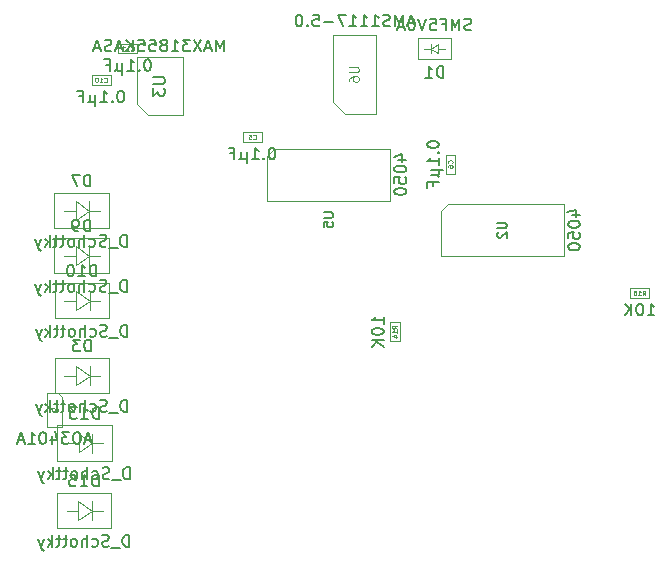
<source format=gbr>
%TF.GenerationSoftware,KiCad,Pcbnew,(6.0.10)*%
%TF.CreationDate,2023-04-19T18:30:43+02:00*%
%TF.ProjectId,jf-ecu32,6a662d65-6375-4333-922e-6b696361645f,rev?*%
%TF.SameCoordinates,Original*%
%TF.FileFunction,AssemblyDrawing,Bot*%
%FSLAX46Y46*%
G04 Gerber Fmt 4.6, Leading zero omitted, Abs format (unit mm)*
G04 Created by KiCad (PCBNEW (6.0.10)) date 2023-04-19 18:30:43*
%MOMM*%
%LPD*%
G01*
G04 APERTURE LIST*
%ADD10C,0.150000*%
%ADD11C,0.060000*%
%ADD12C,0.120000*%
%ADD13C,0.050000*%
%ADD14C,0.100000*%
G04 APERTURE END LIST*
D10*
%TO.C,D9*%
X34289523Y-172597380D02*
X34289523Y-171597380D01*
X34051428Y-171597380D01*
X33908571Y-171645000D01*
X33813333Y-171740238D01*
X33765714Y-171835476D01*
X33718095Y-172025952D01*
X33718095Y-172168809D01*
X33765714Y-172359285D01*
X33813333Y-172454523D01*
X33908571Y-172549761D01*
X34051428Y-172597380D01*
X34289523Y-172597380D01*
X33527619Y-172692619D02*
X32765714Y-172692619D01*
X32575238Y-172549761D02*
X32432380Y-172597380D01*
X32194285Y-172597380D01*
X32099047Y-172549761D01*
X32051428Y-172502142D01*
X32003809Y-172406904D01*
X32003809Y-172311666D01*
X32051428Y-172216428D01*
X32099047Y-172168809D01*
X32194285Y-172121190D01*
X32384761Y-172073571D01*
X32480000Y-172025952D01*
X32527619Y-171978333D01*
X32575238Y-171883095D01*
X32575238Y-171787857D01*
X32527619Y-171692619D01*
X32480000Y-171645000D01*
X32384761Y-171597380D01*
X32146666Y-171597380D01*
X32003809Y-171645000D01*
X31146666Y-172549761D02*
X31241904Y-172597380D01*
X31432380Y-172597380D01*
X31527619Y-172549761D01*
X31575238Y-172502142D01*
X31622857Y-172406904D01*
X31622857Y-172121190D01*
X31575238Y-172025952D01*
X31527619Y-171978333D01*
X31432380Y-171930714D01*
X31241904Y-171930714D01*
X31146666Y-171978333D01*
X30718095Y-172597380D02*
X30718095Y-171597380D01*
X30289523Y-172597380D02*
X30289523Y-172073571D01*
X30337142Y-171978333D01*
X30432380Y-171930714D01*
X30575238Y-171930714D01*
X30670476Y-171978333D01*
X30718095Y-172025952D01*
X29670476Y-172597380D02*
X29765714Y-172549761D01*
X29813333Y-172502142D01*
X29860952Y-172406904D01*
X29860952Y-172121190D01*
X29813333Y-172025952D01*
X29765714Y-171978333D01*
X29670476Y-171930714D01*
X29527619Y-171930714D01*
X29432380Y-171978333D01*
X29384761Y-172025952D01*
X29337142Y-172121190D01*
X29337142Y-172406904D01*
X29384761Y-172502142D01*
X29432380Y-172549761D01*
X29527619Y-172597380D01*
X29670476Y-172597380D01*
X29051428Y-171930714D02*
X28670476Y-171930714D01*
X28908571Y-171597380D02*
X28908571Y-172454523D01*
X28860952Y-172549761D01*
X28765714Y-172597380D01*
X28670476Y-172597380D01*
X28480000Y-171930714D02*
X28099047Y-171930714D01*
X28337142Y-171597380D02*
X28337142Y-172454523D01*
X28289523Y-172549761D01*
X28194285Y-172597380D01*
X28099047Y-172597380D01*
X27765714Y-172597380D02*
X27765714Y-171597380D01*
X27670476Y-172216428D02*
X27384761Y-172597380D01*
X27384761Y-171930714D02*
X27765714Y-172311666D01*
X27051428Y-171930714D02*
X26813333Y-172597380D01*
X26575238Y-171930714D02*
X26813333Y-172597380D01*
X26908571Y-172835476D01*
X26956190Y-172883095D01*
X27051428Y-172930714D01*
X31218095Y-167497380D02*
X31218095Y-166497380D01*
X30980000Y-166497380D01*
X30837142Y-166545000D01*
X30741904Y-166640238D01*
X30694285Y-166735476D01*
X30646666Y-166925952D01*
X30646666Y-167068809D01*
X30694285Y-167259285D01*
X30741904Y-167354523D01*
X30837142Y-167449761D01*
X30980000Y-167497380D01*
X31218095Y-167497380D01*
X30170476Y-167497380D02*
X29980000Y-167497380D01*
X29884761Y-167449761D01*
X29837142Y-167402142D01*
X29741904Y-167259285D01*
X29694285Y-167068809D01*
X29694285Y-166687857D01*
X29741904Y-166592619D01*
X29789523Y-166545000D01*
X29884761Y-166497380D01*
X30075238Y-166497380D01*
X30170476Y-166545000D01*
X30218095Y-166592619D01*
X30265714Y-166687857D01*
X30265714Y-166925952D01*
X30218095Y-167021190D01*
X30170476Y-167068809D01*
X30075238Y-167116428D01*
X29884761Y-167116428D01*
X29789523Y-167068809D01*
X29741904Y-167021190D01*
X29694285Y-166925952D01*
%TO.C,D1*%
X63473238Y-150423761D02*
X63330380Y-150471380D01*
X63092285Y-150471380D01*
X62997047Y-150423761D01*
X62949428Y-150376142D01*
X62901809Y-150280904D01*
X62901809Y-150185666D01*
X62949428Y-150090428D01*
X62997047Y-150042809D01*
X63092285Y-149995190D01*
X63282761Y-149947571D01*
X63378000Y-149899952D01*
X63425619Y-149852333D01*
X63473238Y-149757095D01*
X63473238Y-149661857D01*
X63425619Y-149566619D01*
X63378000Y-149519000D01*
X63282761Y-149471380D01*
X63044666Y-149471380D01*
X62901809Y-149519000D01*
X62473238Y-150471380D02*
X62473238Y-149471380D01*
X62139904Y-150185666D01*
X61806571Y-149471380D01*
X61806571Y-150471380D01*
X60997047Y-149947571D02*
X61330380Y-149947571D01*
X61330380Y-150471380D02*
X61330380Y-149471380D01*
X60854190Y-149471380D01*
X59997047Y-149471380D02*
X60473238Y-149471380D01*
X60520857Y-149947571D01*
X60473238Y-149899952D01*
X60378000Y-149852333D01*
X60139904Y-149852333D01*
X60044666Y-149899952D01*
X59997047Y-149947571D01*
X59949428Y-150042809D01*
X59949428Y-150280904D01*
X59997047Y-150376142D01*
X60044666Y-150423761D01*
X60139904Y-150471380D01*
X60378000Y-150471380D01*
X60473238Y-150423761D01*
X60520857Y-150376142D01*
X59663714Y-149471380D02*
X59330380Y-150471380D01*
X58997047Y-149471380D01*
X58473238Y-149471380D02*
X58378000Y-149471380D01*
X58282761Y-149519000D01*
X58235142Y-149566619D01*
X58187523Y-149661857D01*
X58139904Y-149852333D01*
X58139904Y-150090428D01*
X58187523Y-150280904D01*
X58235142Y-150376142D01*
X58282761Y-150423761D01*
X58378000Y-150471380D01*
X58473238Y-150471380D01*
X58568476Y-150423761D01*
X58616095Y-150376142D01*
X58663714Y-150280904D01*
X58711333Y-150090428D01*
X58711333Y-149852333D01*
X58663714Y-149661857D01*
X58616095Y-149566619D01*
X58568476Y-149519000D01*
X58473238Y-149471380D01*
X57758952Y-150185666D02*
X57282761Y-150185666D01*
X57854190Y-150471380D02*
X57520857Y-149471380D01*
X57187523Y-150471380D01*
X61116095Y-154471380D02*
X61116095Y-153471380D01*
X60878000Y-153471380D01*
X60735142Y-153519000D01*
X60639904Y-153614238D01*
X60592285Y-153709476D01*
X60544666Y-153899952D01*
X60544666Y-154042809D01*
X60592285Y-154233285D01*
X60639904Y-154328523D01*
X60735142Y-154423761D01*
X60878000Y-154471380D01*
X61116095Y-154471380D01*
X59592285Y-154471380D02*
X60163714Y-154471380D01*
X59878000Y-154471380D02*
X59878000Y-153471380D01*
X59973238Y-153614238D01*
X60068476Y-153709476D01*
X60163714Y-153757095D01*
%TO.C,U3*%
X42536380Y-152246380D02*
X42536380Y-151246380D01*
X42203047Y-151960666D01*
X41869714Y-151246380D01*
X41869714Y-152246380D01*
X41441142Y-151960666D02*
X40964952Y-151960666D01*
X41536380Y-152246380D02*
X41203047Y-151246380D01*
X40869714Y-152246380D01*
X40631619Y-151246380D02*
X39964952Y-152246380D01*
X39964952Y-151246380D02*
X40631619Y-152246380D01*
X39679238Y-151246380D02*
X39060190Y-151246380D01*
X39393523Y-151627333D01*
X39250666Y-151627333D01*
X39155428Y-151674952D01*
X39107809Y-151722571D01*
X39060190Y-151817809D01*
X39060190Y-152055904D01*
X39107809Y-152151142D01*
X39155428Y-152198761D01*
X39250666Y-152246380D01*
X39536380Y-152246380D01*
X39631619Y-152198761D01*
X39679238Y-152151142D01*
X38107809Y-152246380D02*
X38679238Y-152246380D01*
X38393523Y-152246380D02*
X38393523Y-151246380D01*
X38488761Y-151389238D01*
X38584000Y-151484476D01*
X38679238Y-151532095D01*
X37536380Y-151674952D02*
X37631619Y-151627333D01*
X37679238Y-151579714D01*
X37726857Y-151484476D01*
X37726857Y-151436857D01*
X37679238Y-151341619D01*
X37631619Y-151294000D01*
X37536380Y-151246380D01*
X37345904Y-151246380D01*
X37250666Y-151294000D01*
X37203047Y-151341619D01*
X37155428Y-151436857D01*
X37155428Y-151484476D01*
X37203047Y-151579714D01*
X37250666Y-151627333D01*
X37345904Y-151674952D01*
X37536380Y-151674952D01*
X37631619Y-151722571D01*
X37679238Y-151770190D01*
X37726857Y-151865428D01*
X37726857Y-152055904D01*
X37679238Y-152151142D01*
X37631619Y-152198761D01*
X37536380Y-152246380D01*
X37345904Y-152246380D01*
X37250666Y-152198761D01*
X37203047Y-152151142D01*
X37155428Y-152055904D01*
X37155428Y-151865428D01*
X37203047Y-151770190D01*
X37250666Y-151722571D01*
X37345904Y-151674952D01*
X36250666Y-151246380D02*
X36726857Y-151246380D01*
X36774476Y-151722571D01*
X36726857Y-151674952D01*
X36631619Y-151627333D01*
X36393523Y-151627333D01*
X36298285Y-151674952D01*
X36250666Y-151722571D01*
X36203047Y-151817809D01*
X36203047Y-152055904D01*
X36250666Y-152151142D01*
X36298285Y-152198761D01*
X36393523Y-152246380D01*
X36631619Y-152246380D01*
X36726857Y-152198761D01*
X36774476Y-152151142D01*
X35298285Y-151246380D02*
X35774476Y-151246380D01*
X35822095Y-151722571D01*
X35774476Y-151674952D01*
X35679238Y-151627333D01*
X35441142Y-151627333D01*
X35345904Y-151674952D01*
X35298285Y-151722571D01*
X35250666Y-151817809D01*
X35250666Y-152055904D01*
X35298285Y-152151142D01*
X35345904Y-152198761D01*
X35441142Y-152246380D01*
X35679238Y-152246380D01*
X35774476Y-152198761D01*
X35822095Y-152151142D01*
X34822095Y-152246380D02*
X34822095Y-151246380D01*
X34250666Y-152246380D02*
X34679238Y-151674952D01*
X34250666Y-151246380D02*
X34822095Y-151817809D01*
X33869714Y-151960666D02*
X33393523Y-151960666D01*
X33964952Y-152246380D02*
X33631619Y-151246380D01*
X33298285Y-152246380D01*
X33012571Y-152198761D02*
X32869714Y-152246380D01*
X32631619Y-152246380D01*
X32536380Y-152198761D01*
X32488761Y-152151142D01*
X32441142Y-152055904D01*
X32441142Y-151960666D01*
X32488761Y-151865428D01*
X32536380Y-151817809D01*
X32631619Y-151770190D01*
X32822095Y-151722571D01*
X32917333Y-151674952D01*
X32964952Y-151627333D01*
X33012571Y-151532095D01*
X33012571Y-151436857D01*
X32964952Y-151341619D01*
X32917333Y-151294000D01*
X32822095Y-151246380D01*
X32584000Y-151246380D01*
X32441142Y-151294000D01*
X32060190Y-151960666D02*
X31584000Y-151960666D01*
X32155428Y-152246380D02*
X31822095Y-151246380D01*
X31488761Y-152246380D01*
X36547333Y-154447333D02*
X37340666Y-154447333D01*
X37434000Y-154494000D01*
X37480666Y-154540666D01*
X37527333Y-154634000D01*
X37527333Y-154820666D01*
X37480666Y-154914000D01*
X37434000Y-154960666D01*
X37340666Y-155007333D01*
X36547333Y-155007333D01*
X36547333Y-155380666D02*
X36547333Y-155987333D01*
X36920666Y-155660666D01*
X36920666Y-155800666D01*
X36967333Y-155894000D01*
X37014000Y-155940666D01*
X37107333Y-155987333D01*
X37340666Y-155987333D01*
X37434000Y-155940666D01*
X37480666Y-155894000D01*
X37527333Y-155800666D01*
X37527333Y-155520666D01*
X37480666Y-155427333D01*
X37434000Y-155380666D01*
%TO.C,D10*%
X34329523Y-176407380D02*
X34329523Y-175407380D01*
X34091428Y-175407380D01*
X33948571Y-175455000D01*
X33853333Y-175550238D01*
X33805714Y-175645476D01*
X33758095Y-175835952D01*
X33758095Y-175978809D01*
X33805714Y-176169285D01*
X33853333Y-176264523D01*
X33948571Y-176359761D01*
X34091428Y-176407380D01*
X34329523Y-176407380D01*
X33567619Y-176502619D02*
X32805714Y-176502619D01*
X32615238Y-176359761D02*
X32472380Y-176407380D01*
X32234285Y-176407380D01*
X32139047Y-176359761D01*
X32091428Y-176312142D01*
X32043809Y-176216904D01*
X32043809Y-176121666D01*
X32091428Y-176026428D01*
X32139047Y-175978809D01*
X32234285Y-175931190D01*
X32424761Y-175883571D01*
X32520000Y-175835952D01*
X32567619Y-175788333D01*
X32615238Y-175693095D01*
X32615238Y-175597857D01*
X32567619Y-175502619D01*
X32520000Y-175455000D01*
X32424761Y-175407380D01*
X32186666Y-175407380D01*
X32043809Y-175455000D01*
X31186666Y-176359761D02*
X31281904Y-176407380D01*
X31472380Y-176407380D01*
X31567619Y-176359761D01*
X31615238Y-176312142D01*
X31662857Y-176216904D01*
X31662857Y-175931190D01*
X31615238Y-175835952D01*
X31567619Y-175788333D01*
X31472380Y-175740714D01*
X31281904Y-175740714D01*
X31186666Y-175788333D01*
X30758095Y-176407380D02*
X30758095Y-175407380D01*
X30329523Y-176407380D02*
X30329523Y-175883571D01*
X30377142Y-175788333D01*
X30472380Y-175740714D01*
X30615238Y-175740714D01*
X30710476Y-175788333D01*
X30758095Y-175835952D01*
X29710476Y-176407380D02*
X29805714Y-176359761D01*
X29853333Y-176312142D01*
X29900952Y-176216904D01*
X29900952Y-175931190D01*
X29853333Y-175835952D01*
X29805714Y-175788333D01*
X29710476Y-175740714D01*
X29567619Y-175740714D01*
X29472380Y-175788333D01*
X29424761Y-175835952D01*
X29377142Y-175931190D01*
X29377142Y-176216904D01*
X29424761Y-176312142D01*
X29472380Y-176359761D01*
X29567619Y-176407380D01*
X29710476Y-176407380D01*
X29091428Y-175740714D02*
X28710476Y-175740714D01*
X28948571Y-175407380D02*
X28948571Y-176264523D01*
X28900952Y-176359761D01*
X28805714Y-176407380D01*
X28710476Y-176407380D01*
X28520000Y-175740714D02*
X28139047Y-175740714D01*
X28377142Y-175407380D02*
X28377142Y-176264523D01*
X28329523Y-176359761D01*
X28234285Y-176407380D01*
X28139047Y-176407380D01*
X27805714Y-176407380D02*
X27805714Y-175407380D01*
X27710476Y-176026428D02*
X27424761Y-176407380D01*
X27424761Y-175740714D02*
X27805714Y-176121666D01*
X27091428Y-175740714D02*
X26853333Y-176407380D01*
X26615238Y-175740714D02*
X26853333Y-176407380D01*
X26948571Y-176645476D01*
X26996190Y-176693095D01*
X27091428Y-176740714D01*
X31734285Y-171307380D02*
X31734285Y-170307380D01*
X31496190Y-170307380D01*
X31353333Y-170355000D01*
X31258095Y-170450238D01*
X31210476Y-170545476D01*
X31162857Y-170735952D01*
X31162857Y-170878809D01*
X31210476Y-171069285D01*
X31258095Y-171164523D01*
X31353333Y-171259761D01*
X31496190Y-171307380D01*
X31734285Y-171307380D01*
X30210476Y-171307380D02*
X30781904Y-171307380D01*
X30496190Y-171307380D02*
X30496190Y-170307380D01*
X30591428Y-170450238D01*
X30686666Y-170545476D01*
X30781904Y-170593095D01*
X29591428Y-170307380D02*
X29496190Y-170307380D01*
X29400952Y-170355000D01*
X29353333Y-170402619D01*
X29305714Y-170497857D01*
X29258095Y-170688333D01*
X29258095Y-170926428D01*
X29305714Y-171116904D01*
X29353333Y-171212142D01*
X29400952Y-171259761D01*
X29496190Y-171307380D01*
X29591428Y-171307380D01*
X29686666Y-171259761D01*
X29734285Y-171212142D01*
X29781904Y-171116904D01*
X29829523Y-170926428D01*
X29829523Y-170688333D01*
X29781904Y-170497857D01*
X29734285Y-170402619D01*
X29686666Y-170355000D01*
X29591428Y-170307380D01*
%TO.C,C5*%
X46659285Y-160394380D02*
X46564047Y-160394380D01*
X46468809Y-160442000D01*
X46421190Y-160489619D01*
X46373571Y-160584857D01*
X46325952Y-160775333D01*
X46325952Y-161013428D01*
X46373571Y-161203904D01*
X46421190Y-161299142D01*
X46468809Y-161346761D01*
X46564047Y-161394380D01*
X46659285Y-161394380D01*
X46754523Y-161346761D01*
X46802142Y-161299142D01*
X46849761Y-161203904D01*
X46897380Y-161013428D01*
X46897380Y-160775333D01*
X46849761Y-160584857D01*
X46802142Y-160489619D01*
X46754523Y-160442000D01*
X46659285Y-160394380D01*
X45897380Y-161299142D02*
X45849761Y-161346761D01*
X45897380Y-161394380D01*
X45945000Y-161346761D01*
X45897380Y-161299142D01*
X45897380Y-161394380D01*
X44897380Y-161394380D02*
X45468809Y-161394380D01*
X45183095Y-161394380D02*
X45183095Y-160394380D01*
X45278333Y-160537238D01*
X45373571Y-160632476D01*
X45468809Y-160680095D01*
X44468809Y-160727714D02*
X44468809Y-161727714D01*
X43992619Y-161251523D02*
X43945000Y-161346761D01*
X43849761Y-161394380D01*
X44468809Y-161251523D02*
X44421190Y-161346761D01*
X44325952Y-161394380D01*
X44135476Y-161394380D01*
X44040238Y-161346761D01*
X43992619Y-161251523D01*
X43992619Y-160727714D01*
X43087857Y-160870571D02*
X43421190Y-160870571D01*
X43421190Y-161394380D02*
X43421190Y-160394380D01*
X42945000Y-160394380D01*
D11*
X45011666Y-159654857D02*
X45030714Y-159673904D01*
X45087857Y-159692952D01*
X45125952Y-159692952D01*
X45183095Y-159673904D01*
X45221190Y-159635809D01*
X45240238Y-159597714D01*
X45259285Y-159521523D01*
X45259285Y-159464380D01*
X45240238Y-159388190D01*
X45221190Y-159350095D01*
X45183095Y-159312000D01*
X45125952Y-159292952D01*
X45087857Y-159292952D01*
X45030714Y-159312000D01*
X45011666Y-159331047D01*
X44649761Y-159292952D02*
X44840238Y-159292952D01*
X44859285Y-159483428D01*
X44840238Y-159464380D01*
X44802142Y-159445333D01*
X44706904Y-159445333D01*
X44668809Y-159464380D01*
X44649761Y-159483428D01*
X44630714Y-159521523D01*
X44630714Y-159616761D01*
X44649761Y-159654857D01*
X44668809Y-159673904D01*
X44706904Y-159692952D01*
X44802142Y-159692952D01*
X44840238Y-159673904D01*
X44859285Y-159654857D01*
D10*
%TO.C,R16*%
X78414476Y-174602380D02*
X78985904Y-174602380D01*
X78700190Y-174602380D02*
X78700190Y-173602380D01*
X78795428Y-173745238D01*
X78890666Y-173840476D01*
X78985904Y-173888095D01*
X77795428Y-173602380D02*
X77700190Y-173602380D01*
X77604952Y-173650000D01*
X77557333Y-173697619D01*
X77509714Y-173792857D01*
X77462095Y-173983333D01*
X77462095Y-174221428D01*
X77509714Y-174411904D01*
X77557333Y-174507142D01*
X77604952Y-174554761D01*
X77700190Y-174602380D01*
X77795428Y-174602380D01*
X77890666Y-174554761D01*
X77938285Y-174507142D01*
X77985904Y-174411904D01*
X78033523Y-174221428D01*
X78033523Y-173983333D01*
X77985904Y-173792857D01*
X77938285Y-173697619D01*
X77890666Y-173650000D01*
X77795428Y-173602380D01*
X77033523Y-174602380D02*
X77033523Y-173602380D01*
X76462095Y-174602380D02*
X76890666Y-174030952D01*
X76462095Y-173602380D02*
X77033523Y-174173809D01*
D11*
X77981142Y-172900952D02*
X78114476Y-172710476D01*
X78209714Y-172900952D02*
X78209714Y-172500952D01*
X78057333Y-172500952D01*
X78019238Y-172520000D01*
X78000190Y-172539047D01*
X77981142Y-172577142D01*
X77981142Y-172634285D01*
X78000190Y-172672380D01*
X78019238Y-172691428D01*
X78057333Y-172710476D01*
X78209714Y-172710476D01*
X77600190Y-172900952D02*
X77828761Y-172900952D01*
X77714476Y-172900952D02*
X77714476Y-172500952D01*
X77752571Y-172558095D01*
X77790666Y-172596190D01*
X77828761Y-172615238D01*
X77257333Y-172500952D02*
X77333523Y-172500952D01*
X77371619Y-172520000D01*
X77390666Y-172539047D01*
X77428761Y-172596190D01*
X77447809Y-172672380D01*
X77447809Y-172824761D01*
X77428761Y-172862857D01*
X77409714Y-172881904D01*
X77371619Y-172900952D01*
X77295428Y-172900952D01*
X77257333Y-172881904D01*
X77238285Y-172862857D01*
X77219238Y-172824761D01*
X77219238Y-172729523D01*
X77238285Y-172691428D01*
X77257333Y-172672380D01*
X77295428Y-172653333D01*
X77371619Y-172653333D01*
X77409714Y-172672380D01*
X77428761Y-172691428D01*
X77447809Y-172729523D01*
D10*
%TO.C,C6*%
X59744380Y-160083714D02*
X59744380Y-160178952D01*
X59792000Y-160274190D01*
X59839619Y-160321809D01*
X59934857Y-160369428D01*
X60125333Y-160417047D01*
X60363428Y-160417047D01*
X60553904Y-160369428D01*
X60649142Y-160321809D01*
X60696761Y-160274190D01*
X60744380Y-160178952D01*
X60744380Y-160083714D01*
X60696761Y-159988476D01*
X60649142Y-159940857D01*
X60553904Y-159893238D01*
X60363428Y-159845619D01*
X60125333Y-159845619D01*
X59934857Y-159893238D01*
X59839619Y-159940857D01*
X59792000Y-159988476D01*
X59744380Y-160083714D01*
X60649142Y-160845619D02*
X60696761Y-160893238D01*
X60744380Y-160845619D01*
X60696761Y-160798000D01*
X60649142Y-160845619D01*
X60744380Y-160845619D01*
X60744380Y-161845619D02*
X60744380Y-161274190D01*
X60744380Y-161559904D02*
X59744380Y-161559904D01*
X59887238Y-161464666D01*
X59982476Y-161369428D01*
X60030095Y-161274190D01*
X60077714Y-162274190D02*
X61077714Y-162274190D01*
X60601523Y-162750380D02*
X60696761Y-162798000D01*
X60744380Y-162893238D01*
X60601523Y-162274190D02*
X60696761Y-162321809D01*
X60744380Y-162417047D01*
X60744380Y-162607523D01*
X60696761Y-162702761D01*
X60601523Y-162750380D01*
X60077714Y-162750380D01*
X60220571Y-163655142D02*
X60220571Y-163321809D01*
X60744380Y-163321809D02*
X59744380Y-163321809D01*
X59744380Y-163798000D01*
D11*
X61864857Y-161731333D02*
X61883904Y-161712285D01*
X61902952Y-161655142D01*
X61902952Y-161617047D01*
X61883904Y-161559904D01*
X61845809Y-161521809D01*
X61807714Y-161502761D01*
X61731523Y-161483714D01*
X61674380Y-161483714D01*
X61598190Y-161502761D01*
X61560095Y-161521809D01*
X61522000Y-161559904D01*
X61502952Y-161617047D01*
X61502952Y-161655142D01*
X61522000Y-161712285D01*
X61541047Y-161731333D01*
X61502952Y-162074190D02*
X61502952Y-161998000D01*
X61522000Y-161959904D01*
X61541047Y-161940857D01*
X61598190Y-161902761D01*
X61674380Y-161883714D01*
X61826761Y-161883714D01*
X61864857Y-161902761D01*
X61883904Y-161921809D01*
X61902952Y-161959904D01*
X61902952Y-162036095D01*
X61883904Y-162074190D01*
X61864857Y-162093238D01*
X61826761Y-162112285D01*
X61731523Y-162112285D01*
X61693428Y-162093238D01*
X61674380Y-162074190D01*
X61655333Y-162036095D01*
X61655333Y-161959904D01*
X61674380Y-161921809D01*
X61693428Y-161902761D01*
X61731523Y-161883714D01*
D10*
%TO.C,C10*%
X33845285Y-155568380D02*
X33750047Y-155568380D01*
X33654809Y-155616000D01*
X33607190Y-155663619D01*
X33559571Y-155758857D01*
X33511952Y-155949333D01*
X33511952Y-156187428D01*
X33559571Y-156377904D01*
X33607190Y-156473142D01*
X33654809Y-156520761D01*
X33750047Y-156568380D01*
X33845285Y-156568380D01*
X33940523Y-156520761D01*
X33988142Y-156473142D01*
X34035761Y-156377904D01*
X34083380Y-156187428D01*
X34083380Y-155949333D01*
X34035761Y-155758857D01*
X33988142Y-155663619D01*
X33940523Y-155616000D01*
X33845285Y-155568380D01*
X33083380Y-156473142D02*
X33035761Y-156520761D01*
X33083380Y-156568380D01*
X33131000Y-156520761D01*
X33083380Y-156473142D01*
X33083380Y-156568380D01*
X32083380Y-156568380D02*
X32654809Y-156568380D01*
X32369095Y-156568380D02*
X32369095Y-155568380D01*
X32464333Y-155711238D01*
X32559571Y-155806476D01*
X32654809Y-155854095D01*
X31654809Y-155901714D02*
X31654809Y-156901714D01*
X31178619Y-156425523D02*
X31131000Y-156520761D01*
X31035761Y-156568380D01*
X31654809Y-156425523D02*
X31607190Y-156520761D01*
X31511952Y-156568380D01*
X31321476Y-156568380D01*
X31226238Y-156520761D01*
X31178619Y-156425523D01*
X31178619Y-155901714D01*
X30273857Y-156044571D02*
X30607190Y-156044571D01*
X30607190Y-156568380D02*
X30607190Y-155568380D01*
X30131000Y-155568380D01*
D11*
X32388142Y-154828857D02*
X32407190Y-154847904D01*
X32464333Y-154866952D01*
X32502428Y-154866952D01*
X32559571Y-154847904D01*
X32597666Y-154809809D01*
X32616714Y-154771714D01*
X32635761Y-154695523D01*
X32635761Y-154638380D01*
X32616714Y-154562190D01*
X32597666Y-154524095D01*
X32559571Y-154486000D01*
X32502428Y-154466952D01*
X32464333Y-154466952D01*
X32407190Y-154486000D01*
X32388142Y-154505047D01*
X32007190Y-154866952D02*
X32235761Y-154866952D01*
X32121476Y-154866952D02*
X32121476Y-154466952D01*
X32159571Y-154524095D01*
X32197666Y-154562190D01*
X32235761Y-154581238D01*
X31759571Y-154466952D02*
X31721476Y-154466952D01*
X31683380Y-154486000D01*
X31664333Y-154505047D01*
X31645285Y-154543142D01*
X31626238Y-154619333D01*
X31626238Y-154714571D01*
X31645285Y-154790761D01*
X31664333Y-154828857D01*
X31683380Y-154847904D01*
X31721476Y-154866952D01*
X31759571Y-154866952D01*
X31797666Y-154847904D01*
X31816714Y-154828857D01*
X31835761Y-154790761D01*
X31854809Y-154714571D01*
X31854809Y-154619333D01*
X31835761Y-154543142D01*
X31816714Y-154505047D01*
X31797666Y-154486000D01*
X31759571Y-154466952D01*
D10*
%TO.C,D15*%
X34514523Y-194187380D02*
X34514523Y-193187380D01*
X34276428Y-193187380D01*
X34133571Y-193235000D01*
X34038333Y-193330238D01*
X33990714Y-193425476D01*
X33943095Y-193615952D01*
X33943095Y-193758809D01*
X33990714Y-193949285D01*
X34038333Y-194044523D01*
X34133571Y-194139761D01*
X34276428Y-194187380D01*
X34514523Y-194187380D01*
X33752619Y-194282619D02*
X32990714Y-194282619D01*
X32800238Y-194139761D02*
X32657380Y-194187380D01*
X32419285Y-194187380D01*
X32324047Y-194139761D01*
X32276428Y-194092142D01*
X32228809Y-193996904D01*
X32228809Y-193901666D01*
X32276428Y-193806428D01*
X32324047Y-193758809D01*
X32419285Y-193711190D01*
X32609761Y-193663571D01*
X32705000Y-193615952D01*
X32752619Y-193568333D01*
X32800238Y-193473095D01*
X32800238Y-193377857D01*
X32752619Y-193282619D01*
X32705000Y-193235000D01*
X32609761Y-193187380D01*
X32371666Y-193187380D01*
X32228809Y-193235000D01*
X31371666Y-194139761D02*
X31466904Y-194187380D01*
X31657380Y-194187380D01*
X31752619Y-194139761D01*
X31800238Y-194092142D01*
X31847857Y-193996904D01*
X31847857Y-193711190D01*
X31800238Y-193615952D01*
X31752619Y-193568333D01*
X31657380Y-193520714D01*
X31466904Y-193520714D01*
X31371666Y-193568333D01*
X30943095Y-194187380D02*
X30943095Y-193187380D01*
X30514523Y-194187380D02*
X30514523Y-193663571D01*
X30562142Y-193568333D01*
X30657380Y-193520714D01*
X30800238Y-193520714D01*
X30895476Y-193568333D01*
X30943095Y-193615952D01*
X29895476Y-194187380D02*
X29990714Y-194139761D01*
X30038333Y-194092142D01*
X30085952Y-193996904D01*
X30085952Y-193711190D01*
X30038333Y-193615952D01*
X29990714Y-193568333D01*
X29895476Y-193520714D01*
X29752619Y-193520714D01*
X29657380Y-193568333D01*
X29609761Y-193615952D01*
X29562142Y-193711190D01*
X29562142Y-193996904D01*
X29609761Y-194092142D01*
X29657380Y-194139761D01*
X29752619Y-194187380D01*
X29895476Y-194187380D01*
X29276428Y-193520714D02*
X28895476Y-193520714D01*
X29133571Y-193187380D02*
X29133571Y-194044523D01*
X29085952Y-194139761D01*
X28990714Y-194187380D01*
X28895476Y-194187380D01*
X28705000Y-193520714D02*
X28324047Y-193520714D01*
X28562142Y-193187380D02*
X28562142Y-194044523D01*
X28514523Y-194139761D01*
X28419285Y-194187380D01*
X28324047Y-194187380D01*
X27990714Y-194187380D02*
X27990714Y-193187380D01*
X27895476Y-193806428D02*
X27609761Y-194187380D01*
X27609761Y-193520714D02*
X27990714Y-193901666D01*
X27276428Y-193520714D02*
X27038333Y-194187380D01*
X26800238Y-193520714D02*
X27038333Y-194187380D01*
X27133571Y-194425476D01*
X27181190Y-194473095D01*
X27276428Y-194520714D01*
X31919285Y-189087380D02*
X31919285Y-188087380D01*
X31681190Y-188087380D01*
X31538333Y-188135000D01*
X31443095Y-188230238D01*
X31395476Y-188325476D01*
X31347857Y-188515952D01*
X31347857Y-188658809D01*
X31395476Y-188849285D01*
X31443095Y-188944523D01*
X31538333Y-189039761D01*
X31681190Y-189087380D01*
X31919285Y-189087380D01*
X30395476Y-189087380D02*
X30966904Y-189087380D01*
X30681190Y-189087380D02*
X30681190Y-188087380D01*
X30776428Y-188230238D01*
X30871666Y-188325476D01*
X30966904Y-188373095D01*
X29490714Y-188087380D02*
X29966904Y-188087380D01*
X30014523Y-188563571D01*
X29966904Y-188515952D01*
X29871666Y-188468333D01*
X29633571Y-188468333D01*
X29538333Y-188515952D01*
X29490714Y-188563571D01*
X29443095Y-188658809D01*
X29443095Y-188896904D01*
X29490714Y-188992142D01*
X29538333Y-189039761D01*
X29633571Y-189087380D01*
X29871666Y-189087380D01*
X29966904Y-189039761D01*
X30014523Y-188992142D01*
%TO.C,D13*%
X34543523Y-188472380D02*
X34543523Y-187472380D01*
X34305428Y-187472380D01*
X34162571Y-187520000D01*
X34067333Y-187615238D01*
X34019714Y-187710476D01*
X33972095Y-187900952D01*
X33972095Y-188043809D01*
X34019714Y-188234285D01*
X34067333Y-188329523D01*
X34162571Y-188424761D01*
X34305428Y-188472380D01*
X34543523Y-188472380D01*
X33781619Y-188567619D02*
X33019714Y-188567619D01*
X32829238Y-188424761D02*
X32686380Y-188472380D01*
X32448285Y-188472380D01*
X32353047Y-188424761D01*
X32305428Y-188377142D01*
X32257809Y-188281904D01*
X32257809Y-188186666D01*
X32305428Y-188091428D01*
X32353047Y-188043809D01*
X32448285Y-187996190D01*
X32638761Y-187948571D01*
X32734000Y-187900952D01*
X32781619Y-187853333D01*
X32829238Y-187758095D01*
X32829238Y-187662857D01*
X32781619Y-187567619D01*
X32734000Y-187520000D01*
X32638761Y-187472380D01*
X32400666Y-187472380D01*
X32257809Y-187520000D01*
X31400666Y-188424761D02*
X31495904Y-188472380D01*
X31686380Y-188472380D01*
X31781619Y-188424761D01*
X31829238Y-188377142D01*
X31876857Y-188281904D01*
X31876857Y-187996190D01*
X31829238Y-187900952D01*
X31781619Y-187853333D01*
X31686380Y-187805714D01*
X31495904Y-187805714D01*
X31400666Y-187853333D01*
X30972095Y-188472380D02*
X30972095Y-187472380D01*
X30543523Y-188472380D02*
X30543523Y-187948571D01*
X30591142Y-187853333D01*
X30686380Y-187805714D01*
X30829238Y-187805714D01*
X30924476Y-187853333D01*
X30972095Y-187900952D01*
X29924476Y-188472380D02*
X30019714Y-188424761D01*
X30067333Y-188377142D01*
X30114952Y-188281904D01*
X30114952Y-187996190D01*
X30067333Y-187900952D01*
X30019714Y-187853333D01*
X29924476Y-187805714D01*
X29781619Y-187805714D01*
X29686380Y-187853333D01*
X29638761Y-187900952D01*
X29591142Y-187996190D01*
X29591142Y-188281904D01*
X29638761Y-188377142D01*
X29686380Y-188424761D01*
X29781619Y-188472380D01*
X29924476Y-188472380D01*
X29305428Y-187805714D02*
X28924476Y-187805714D01*
X29162571Y-187472380D02*
X29162571Y-188329523D01*
X29114952Y-188424761D01*
X29019714Y-188472380D01*
X28924476Y-188472380D01*
X28734000Y-187805714D02*
X28353047Y-187805714D01*
X28591142Y-187472380D02*
X28591142Y-188329523D01*
X28543523Y-188424761D01*
X28448285Y-188472380D01*
X28353047Y-188472380D01*
X28019714Y-188472380D02*
X28019714Y-187472380D01*
X27924476Y-188091428D02*
X27638761Y-188472380D01*
X27638761Y-187805714D02*
X28019714Y-188186666D01*
X27305428Y-187805714D02*
X27067333Y-188472380D01*
X26829238Y-187805714D02*
X27067333Y-188472380D01*
X27162571Y-188710476D01*
X27210190Y-188758095D01*
X27305428Y-188805714D01*
X31948285Y-183372380D02*
X31948285Y-182372380D01*
X31710190Y-182372380D01*
X31567333Y-182420000D01*
X31472095Y-182515238D01*
X31424476Y-182610476D01*
X31376857Y-182800952D01*
X31376857Y-182943809D01*
X31424476Y-183134285D01*
X31472095Y-183229523D01*
X31567333Y-183324761D01*
X31710190Y-183372380D01*
X31948285Y-183372380D01*
X30424476Y-183372380D02*
X30995904Y-183372380D01*
X30710190Y-183372380D02*
X30710190Y-182372380D01*
X30805428Y-182515238D01*
X30900666Y-182610476D01*
X30995904Y-182658095D01*
X30091142Y-182372380D02*
X29472095Y-182372380D01*
X29805428Y-182753333D01*
X29662571Y-182753333D01*
X29567333Y-182800952D01*
X29519714Y-182848571D01*
X29472095Y-182943809D01*
X29472095Y-183181904D01*
X29519714Y-183277142D01*
X29567333Y-183324761D01*
X29662571Y-183372380D01*
X29948285Y-183372380D01*
X30043523Y-183324761D01*
X30091142Y-183277142D01*
%TO.C,R14*%
X56045380Y-175292923D02*
X56045380Y-174721495D01*
X56045380Y-175007209D02*
X55045380Y-175007209D01*
X55188238Y-174911971D01*
X55283476Y-174816733D01*
X55331095Y-174721495D01*
X55045380Y-175911971D02*
X55045380Y-176007209D01*
X55093000Y-176102447D01*
X55140619Y-176150066D01*
X55235857Y-176197685D01*
X55426333Y-176245304D01*
X55664428Y-176245304D01*
X55854904Y-176197685D01*
X55950142Y-176150066D01*
X55997761Y-176102447D01*
X56045380Y-176007209D01*
X56045380Y-175911971D01*
X55997761Y-175816733D01*
X55950142Y-175769114D01*
X55854904Y-175721495D01*
X55664428Y-175673876D01*
X55426333Y-175673876D01*
X55235857Y-175721495D01*
X55140619Y-175769114D01*
X55093000Y-175816733D01*
X55045380Y-175911971D01*
X56045380Y-176673876D02*
X55045380Y-176673876D01*
X56045380Y-177245304D02*
X55473952Y-176816733D01*
X55045380Y-177245304D02*
X55616809Y-176673876D01*
D11*
X57203952Y-175726257D02*
X57013476Y-175592923D01*
X57203952Y-175497685D02*
X56803952Y-175497685D01*
X56803952Y-175650066D01*
X56823000Y-175688161D01*
X56842047Y-175707209D01*
X56880142Y-175726257D01*
X56937285Y-175726257D01*
X56975380Y-175707209D01*
X56994428Y-175688161D01*
X57013476Y-175650066D01*
X57013476Y-175497685D01*
X57203952Y-176107209D02*
X57203952Y-175878638D01*
X57203952Y-175992923D02*
X56803952Y-175992923D01*
X56861095Y-175954828D01*
X56899190Y-175916733D01*
X56918238Y-175878638D01*
X56937285Y-176450066D02*
X57203952Y-176450066D01*
X56784904Y-176354828D02*
X57070619Y-176259590D01*
X57070619Y-176507209D01*
D10*
%TO.C,U2*%
X72001914Y-166122504D02*
X72668580Y-166122504D01*
X71620961Y-165884409D02*
X72335247Y-165646314D01*
X72335247Y-166265361D01*
X71668580Y-166836790D02*
X71668580Y-166932028D01*
X71716200Y-167027266D01*
X71763819Y-167074885D01*
X71859057Y-167122504D01*
X72049533Y-167170123D01*
X72287628Y-167170123D01*
X72478104Y-167122504D01*
X72573342Y-167074885D01*
X72620961Y-167027266D01*
X72668580Y-166932028D01*
X72668580Y-166836790D01*
X72620961Y-166741552D01*
X72573342Y-166693933D01*
X72478104Y-166646314D01*
X72287628Y-166598695D01*
X72049533Y-166598695D01*
X71859057Y-166646314D01*
X71763819Y-166693933D01*
X71716200Y-166741552D01*
X71668580Y-166836790D01*
X71668580Y-168074885D02*
X71668580Y-167598695D01*
X72144771Y-167551076D01*
X72097152Y-167598695D01*
X72049533Y-167693933D01*
X72049533Y-167932028D01*
X72097152Y-168027266D01*
X72144771Y-168074885D01*
X72240009Y-168122504D01*
X72478104Y-168122504D01*
X72573342Y-168074885D01*
X72620961Y-168027266D01*
X72668580Y-167932028D01*
X72668580Y-167693933D01*
X72620961Y-167598695D01*
X72573342Y-167551076D01*
X71668580Y-168741552D02*
X71668580Y-168836790D01*
X71716200Y-168932028D01*
X71763819Y-168979647D01*
X71859057Y-169027266D01*
X72049533Y-169074885D01*
X72287628Y-169074885D01*
X72478104Y-169027266D01*
X72573342Y-168979647D01*
X72620961Y-168932028D01*
X72668580Y-168836790D01*
X72668580Y-168741552D01*
X72620961Y-168646314D01*
X72573342Y-168598695D01*
X72478104Y-168551076D01*
X72287628Y-168503457D01*
X72049533Y-168503457D01*
X71859057Y-168551076D01*
X71763819Y-168598695D01*
X71716200Y-168646314D01*
X71668580Y-168741552D01*
X65678104Y-166751076D02*
X66325723Y-166751076D01*
X66401914Y-166789171D01*
X66440009Y-166827266D01*
X66478104Y-166903457D01*
X66478104Y-167055838D01*
X66440009Y-167132028D01*
X66401914Y-167170123D01*
X66325723Y-167208219D01*
X65678104Y-167208219D01*
X65754295Y-167551076D02*
X65716200Y-167589171D01*
X65678104Y-167665361D01*
X65678104Y-167855838D01*
X65716200Y-167932028D01*
X65754295Y-167970123D01*
X65830485Y-168008219D01*
X65906676Y-168008219D01*
X66020961Y-167970123D01*
X66478104Y-167512980D01*
X66478104Y-168008219D01*
%TO.C,D7*%
X34289523Y-168787380D02*
X34289523Y-167787380D01*
X34051428Y-167787380D01*
X33908571Y-167835000D01*
X33813333Y-167930238D01*
X33765714Y-168025476D01*
X33718095Y-168215952D01*
X33718095Y-168358809D01*
X33765714Y-168549285D01*
X33813333Y-168644523D01*
X33908571Y-168739761D01*
X34051428Y-168787380D01*
X34289523Y-168787380D01*
X33527619Y-168882619D02*
X32765714Y-168882619D01*
X32575238Y-168739761D02*
X32432380Y-168787380D01*
X32194285Y-168787380D01*
X32099047Y-168739761D01*
X32051428Y-168692142D01*
X32003809Y-168596904D01*
X32003809Y-168501666D01*
X32051428Y-168406428D01*
X32099047Y-168358809D01*
X32194285Y-168311190D01*
X32384761Y-168263571D01*
X32480000Y-168215952D01*
X32527619Y-168168333D01*
X32575238Y-168073095D01*
X32575238Y-167977857D01*
X32527619Y-167882619D01*
X32480000Y-167835000D01*
X32384761Y-167787380D01*
X32146666Y-167787380D01*
X32003809Y-167835000D01*
X31146666Y-168739761D02*
X31241904Y-168787380D01*
X31432380Y-168787380D01*
X31527619Y-168739761D01*
X31575238Y-168692142D01*
X31622857Y-168596904D01*
X31622857Y-168311190D01*
X31575238Y-168215952D01*
X31527619Y-168168333D01*
X31432380Y-168120714D01*
X31241904Y-168120714D01*
X31146666Y-168168333D01*
X30718095Y-168787380D02*
X30718095Y-167787380D01*
X30289523Y-168787380D02*
X30289523Y-168263571D01*
X30337142Y-168168333D01*
X30432380Y-168120714D01*
X30575238Y-168120714D01*
X30670476Y-168168333D01*
X30718095Y-168215952D01*
X29670476Y-168787380D02*
X29765714Y-168739761D01*
X29813333Y-168692142D01*
X29860952Y-168596904D01*
X29860952Y-168311190D01*
X29813333Y-168215952D01*
X29765714Y-168168333D01*
X29670476Y-168120714D01*
X29527619Y-168120714D01*
X29432380Y-168168333D01*
X29384761Y-168215952D01*
X29337142Y-168311190D01*
X29337142Y-168596904D01*
X29384761Y-168692142D01*
X29432380Y-168739761D01*
X29527619Y-168787380D01*
X29670476Y-168787380D01*
X29051428Y-168120714D02*
X28670476Y-168120714D01*
X28908571Y-167787380D02*
X28908571Y-168644523D01*
X28860952Y-168739761D01*
X28765714Y-168787380D01*
X28670476Y-168787380D01*
X28480000Y-168120714D02*
X28099047Y-168120714D01*
X28337142Y-167787380D02*
X28337142Y-168644523D01*
X28289523Y-168739761D01*
X28194285Y-168787380D01*
X28099047Y-168787380D01*
X27765714Y-168787380D02*
X27765714Y-167787380D01*
X27670476Y-168406428D02*
X27384761Y-168787380D01*
X27384761Y-168120714D02*
X27765714Y-168501666D01*
X27051428Y-168120714D02*
X26813333Y-168787380D01*
X26575238Y-168120714D02*
X26813333Y-168787380D01*
X26908571Y-169025476D01*
X26956190Y-169073095D01*
X27051428Y-169120714D01*
X31218095Y-163687380D02*
X31218095Y-162687380D01*
X30980000Y-162687380D01*
X30837142Y-162735000D01*
X30741904Y-162830238D01*
X30694285Y-162925476D01*
X30646666Y-163115952D01*
X30646666Y-163258809D01*
X30694285Y-163449285D01*
X30741904Y-163544523D01*
X30837142Y-163639761D01*
X30980000Y-163687380D01*
X31218095Y-163687380D01*
X30313333Y-162687380D02*
X29646666Y-162687380D01*
X30075238Y-163687380D01*
%TO.C,U5*%
X57295314Y-161448904D02*
X57961980Y-161448904D01*
X56914361Y-161210809D02*
X57628647Y-160972714D01*
X57628647Y-161591761D01*
X56961980Y-162163190D02*
X56961980Y-162258428D01*
X57009600Y-162353666D01*
X57057219Y-162401285D01*
X57152457Y-162448904D01*
X57342933Y-162496523D01*
X57581028Y-162496523D01*
X57771504Y-162448904D01*
X57866742Y-162401285D01*
X57914361Y-162353666D01*
X57961980Y-162258428D01*
X57961980Y-162163190D01*
X57914361Y-162067952D01*
X57866742Y-162020333D01*
X57771504Y-161972714D01*
X57581028Y-161925095D01*
X57342933Y-161925095D01*
X57152457Y-161972714D01*
X57057219Y-162020333D01*
X57009600Y-162067952D01*
X56961980Y-162163190D01*
X56961980Y-163401285D02*
X56961980Y-162925095D01*
X57438171Y-162877476D01*
X57390552Y-162925095D01*
X57342933Y-163020333D01*
X57342933Y-163258428D01*
X57390552Y-163353666D01*
X57438171Y-163401285D01*
X57533409Y-163448904D01*
X57771504Y-163448904D01*
X57866742Y-163401285D01*
X57914361Y-163353666D01*
X57961980Y-163258428D01*
X57961980Y-163020333D01*
X57914361Y-162925095D01*
X57866742Y-162877476D01*
X56961980Y-164067952D02*
X56961980Y-164163190D01*
X57009600Y-164258428D01*
X57057219Y-164306047D01*
X57152457Y-164353666D01*
X57342933Y-164401285D01*
X57581028Y-164401285D01*
X57771504Y-164353666D01*
X57866742Y-164306047D01*
X57914361Y-164258428D01*
X57961980Y-164163190D01*
X57961980Y-164067952D01*
X57914361Y-163972714D01*
X57866742Y-163925095D01*
X57771504Y-163877476D01*
X57581028Y-163829857D01*
X57342933Y-163829857D01*
X57152457Y-163877476D01*
X57057219Y-163925095D01*
X57009600Y-163972714D01*
X56961980Y-164067952D01*
X50971504Y-165887476D02*
X51619123Y-165887476D01*
X51695314Y-165925571D01*
X51733409Y-165963666D01*
X51771504Y-166039857D01*
X51771504Y-166192238D01*
X51733409Y-166268428D01*
X51695314Y-166306523D01*
X51619123Y-166344619D01*
X50971504Y-166344619D01*
X50971504Y-167106523D02*
X50971504Y-166725571D01*
X51352457Y-166687476D01*
X51314361Y-166725571D01*
X51276266Y-166801761D01*
X51276266Y-166992238D01*
X51314361Y-167068428D01*
X51352457Y-167106523D01*
X51428647Y-167144619D01*
X51619123Y-167144619D01*
X51695314Y-167106523D01*
X51733409Y-167068428D01*
X51771504Y-166992238D01*
X51771504Y-166801761D01*
X51733409Y-166725571D01*
X51695314Y-166687476D01*
%TO.C,U6*%
X58594000Y-149844666D02*
X58117809Y-149844666D01*
X58689238Y-150130380D02*
X58355904Y-149130380D01*
X58022571Y-150130380D01*
X57689238Y-150130380D02*
X57689238Y-149130380D01*
X57355904Y-149844666D01*
X57022571Y-149130380D01*
X57022571Y-150130380D01*
X56594000Y-150082761D02*
X56451142Y-150130380D01*
X56213047Y-150130380D01*
X56117809Y-150082761D01*
X56070190Y-150035142D01*
X56022571Y-149939904D01*
X56022571Y-149844666D01*
X56070190Y-149749428D01*
X56117809Y-149701809D01*
X56213047Y-149654190D01*
X56403523Y-149606571D01*
X56498761Y-149558952D01*
X56546380Y-149511333D01*
X56594000Y-149416095D01*
X56594000Y-149320857D01*
X56546380Y-149225619D01*
X56498761Y-149178000D01*
X56403523Y-149130380D01*
X56165428Y-149130380D01*
X56022571Y-149178000D01*
X55070190Y-150130380D02*
X55641619Y-150130380D01*
X55355904Y-150130380D02*
X55355904Y-149130380D01*
X55451142Y-149273238D01*
X55546380Y-149368476D01*
X55641619Y-149416095D01*
X54117809Y-150130380D02*
X54689238Y-150130380D01*
X54403523Y-150130380D02*
X54403523Y-149130380D01*
X54498761Y-149273238D01*
X54594000Y-149368476D01*
X54689238Y-149416095D01*
X53165428Y-150130380D02*
X53736857Y-150130380D01*
X53451142Y-150130380D02*
X53451142Y-149130380D01*
X53546380Y-149273238D01*
X53641619Y-149368476D01*
X53736857Y-149416095D01*
X52832095Y-149130380D02*
X52165428Y-149130380D01*
X52594000Y-150130380D01*
X51784476Y-149749428D02*
X51022571Y-149749428D01*
X50070190Y-149130380D02*
X50546380Y-149130380D01*
X50594000Y-149606571D01*
X50546380Y-149558952D01*
X50451142Y-149511333D01*
X50213047Y-149511333D01*
X50117809Y-149558952D01*
X50070190Y-149606571D01*
X50022571Y-149701809D01*
X50022571Y-149939904D01*
X50070190Y-150035142D01*
X50117809Y-150082761D01*
X50213047Y-150130380D01*
X50451142Y-150130380D01*
X50546380Y-150082761D01*
X50594000Y-150035142D01*
X49594000Y-150035142D02*
X49546380Y-150082761D01*
X49594000Y-150130380D01*
X49641619Y-150082761D01*
X49594000Y-150035142D01*
X49594000Y-150130380D01*
X48927333Y-149130380D02*
X48832095Y-149130380D01*
X48736857Y-149178000D01*
X48689238Y-149225619D01*
X48641619Y-149320857D01*
X48594000Y-149511333D01*
X48594000Y-149749428D01*
X48641619Y-149939904D01*
X48689238Y-150035142D01*
X48736857Y-150082761D01*
X48832095Y-150130380D01*
X48927333Y-150130380D01*
X49022571Y-150082761D01*
X49070190Y-150035142D01*
X49117809Y-149939904D01*
X49165428Y-149749428D01*
X49165428Y-149511333D01*
X49117809Y-149320857D01*
X49070190Y-149225619D01*
X49022571Y-149178000D01*
X48927333Y-149130380D01*
D12*
X53155904Y-153568476D02*
X53803523Y-153568476D01*
X53879714Y-153606571D01*
X53917809Y-153644666D01*
X53955904Y-153720857D01*
X53955904Y-153873238D01*
X53917809Y-153949428D01*
X53879714Y-153987523D01*
X53803523Y-154025619D01*
X53155904Y-154025619D01*
X53155904Y-154749428D02*
X53155904Y-154597047D01*
X53194000Y-154520857D01*
X53232095Y-154482761D01*
X53346380Y-154406571D01*
X53498761Y-154368476D01*
X53803523Y-154368476D01*
X53879714Y-154406571D01*
X53917809Y-154444666D01*
X53955904Y-154520857D01*
X53955904Y-154673238D01*
X53917809Y-154749428D01*
X53879714Y-154787523D01*
X53803523Y-154825619D01*
X53613047Y-154825619D01*
X53536857Y-154787523D01*
X53498761Y-154749428D01*
X53460666Y-154673238D01*
X53460666Y-154520857D01*
X53498761Y-154444666D01*
X53536857Y-154406571D01*
X53613047Y-154368476D01*
D10*
%TO.C,C11*%
X36118285Y-152901380D02*
X36023047Y-152901380D01*
X35927809Y-152949000D01*
X35880190Y-152996619D01*
X35832571Y-153091857D01*
X35784952Y-153282333D01*
X35784952Y-153520428D01*
X35832571Y-153710904D01*
X35880190Y-153806142D01*
X35927809Y-153853761D01*
X36023047Y-153901380D01*
X36118285Y-153901380D01*
X36213523Y-153853761D01*
X36261142Y-153806142D01*
X36308761Y-153710904D01*
X36356380Y-153520428D01*
X36356380Y-153282333D01*
X36308761Y-153091857D01*
X36261142Y-152996619D01*
X36213523Y-152949000D01*
X36118285Y-152901380D01*
X35356380Y-153806142D02*
X35308761Y-153853761D01*
X35356380Y-153901380D01*
X35404000Y-153853761D01*
X35356380Y-153806142D01*
X35356380Y-153901380D01*
X34356380Y-153901380D02*
X34927809Y-153901380D01*
X34642095Y-153901380D02*
X34642095Y-152901380D01*
X34737333Y-153044238D01*
X34832571Y-153139476D01*
X34927809Y-153187095D01*
X33927809Y-153234714D02*
X33927809Y-154234714D01*
X33451619Y-153758523D02*
X33404000Y-153853761D01*
X33308761Y-153901380D01*
X33927809Y-153758523D02*
X33880190Y-153853761D01*
X33784952Y-153901380D01*
X33594476Y-153901380D01*
X33499238Y-153853761D01*
X33451619Y-153758523D01*
X33451619Y-153234714D01*
X32546857Y-153377571D02*
X32880190Y-153377571D01*
X32880190Y-153901380D02*
X32880190Y-152901380D01*
X32404000Y-152901380D01*
D11*
X34661142Y-152161857D02*
X34680190Y-152180904D01*
X34737333Y-152199952D01*
X34775428Y-152199952D01*
X34832571Y-152180904D01*
X34870666Y-152142809D01*
X34889714Y-152104714D01*
X34908761Y-152028523D01*
X34908761Y-151971380D01*
X34889714Y-151895190D01*
X34870666Y-151857095D01*
X34832571Y-151819000D01*
X34775428Y-151799952D01*
X34737333Y-151799952D01*
X34680190Y-151819000D01*
X34661142Y-151838047D01*
X34280190Y-152199952D02*
X34508761Y-152199952D01*
X34394476Y-152199952D02*
X34394476Y-151799952D01*
X34432571Y-151857095D01*
X34470666Y-151895190D01*
X34508761Y-151914238D01*
X33899238Y-152199952D02*
X34127809Y-152199952D01*
X34013523Y-152199952D02*
X34013523Y-151799952D01*
X34051619Y-151857095D01*
X34089714Y-151895190D01*
X34127809Y-151914238D01*
D10*
%TO.C,D3*%
X34329523Y-182757380D02*
X34329523Y-181757380D01*
X34091428Y-181757380D01*
X33948571Y-181805000D01*
X33853333Y-181900238D01*
X33805714Y-181995476D01*
X33758095Y-182185952D01*
X33758095Y-182328809D01*
X33805714Y-182519285D01*
X33853333Y-182614523D01*
X33948571Y-182709761D01*
X34091428Y-182757380D01*
X34329523Y-182757380D01*
X33567619Y-182852619D02*
X32805714Y-182852619D01*
X32615238Y-182709761D02*
X32472380Y-182757380D01*
X32234285Y-182757380D01*
X32139047Y-182709761D01*
X32091428Y-182662142D01*
X32043809Y-182566904D01*
X32043809Y-182471666D01*
X32091428Y-182376428D01*
X32139047Y-182328809D01*
X32234285Y-182281190D01*
X32424761Y-182233571D01*
X32520000Y-182185952D01*
X32567619Y-182138333D01*
X32615238Y-182043095D01*
X32615238Y-181947857D01*
X32567619Y-181852619D01*
X32520000Y-181805000D01*
X32424761Y-181757380D01*
X32186666Y-181757380D01*
X32043809Y-181805000D01*
X31186666Y-182709761D02*
X31281904Y-182757380D01*
X31472380Y-182757380D01*
X31567619Y-182709761D01*
X31615238Y-182662142D01*
X31662857Y-182566904D01*
X31662857Y-182281190D01*
X31615238Y-182185952D01*
X31567619Y-182138333D01*
X31472380Y-182090714D01*
X31281904Y-182090714D01*
X31186666Y-182138333D01*
X30758095Y-182757380D02*
X30758095Y-181757380D01*
X30329523Y-182757380D02*
X30329523Y-182233571D01*
X30377142Y-182138333D01*
X30472380Y-182090714D01*
X30615238Y-182090714D01*
X30710476Y-182138333D01*
X30758095Y-182185952D01*
X29710476Y-182757380D02*
X29805714Y-182709761D01*
X29853333Y-182662142D01*
X29900952Y-182566904D01*
X29900952Y-182281190D01*
X29853333Y-182185952D01*
X29805714Y-182138333D01*
X29710476Y-182090714D01*
X29567619Y-182090714D01*
X29472380Y-182138333D01*
X29424761Y-182185952D01*
X29377142Y-182281190D01*
X29377142Y-182566904D01*
X29424761Y-182662142D01*
X29472380Y-182709761D01*
X29567619Y-182757380D01*
X29710476Y-182757380D01*
X29091428Y-182090714D02*
X28710476Y-182090714D01*
X28948571Y-181757380D02*
X28948571Y-182614523D01*
X28900952Y-182709761D01*
X28805714Y-182757380D01*
X28710476Y-182757380D01*
X28520000Y-182090714D02*
X28139047Y-182090714D01*
X28377142Y-181757380D02*
X28377142Y-182614523D01*
X28329523Y-182709761D01*
X28234285Y-182757380D01*
X28139047Y-182757380D01*
X27805714Y-182757380D02*
X27805714Y-181757380D01*
X27710476Y-182376428D02*
X27424761Y-182757380D01*
X27424761Y-182090714D02*
X27805714Y-182471666D01*
X27091428Y-182090714D02*
X26853333Y-182757380D01*
X26615238Y-182090714D02*
X26853333Y-182757380D01*
X26948571Y-182995476D01*
X26996190Y-183043095D01*
X27091428Y-183090714D01*
X31258095Y-177657380D02*
X31258095Y-176657380D01*
X31020000Y-176657380D01*
X30877142Y-176705000D01*
X30781904Y-176800238D01*
X30734285Y-176895476D01*
X30686666Y-177085952D01*
X30686666Y-177228809D01*
X30734285Y-177419285D01*
X30781904Y-177514523D01*
X30877142Y-177609761D01*
X31020000Y-177657380D01*
X31258095Y-177657380D01*
X30353333Y-176657380D02*
X29734285Y-176657380D01*
X30067619Y-177038333D01*
X29924761Y-177038333D01*
X29829523Y-177085952D01*
X29781904Y-177133571D01*
X29734285Y-177228809D01*
X29734285Y-177466904D01*
X29781904Y-177562142D01*
X29829523Y-177609761D01*
X29924761Y-177657380D01*
X30210476Y-177657380D01*
X30305714Y-177609761D01*
X30353333Y-177562142D01*
%TO.C,Q7*%
X31289238Y-185192666D02*
X30813047Y-185192666D01*
X31384476Y-185478380D02*
X31051142Y-184478380D01*
X30717809Y-185478380D01*
X30194000Y-184478380D02*
X30003523Y-184478380D01*
X29908285Y-184526000D01*
X29813047Y-184621238D01*
X29765428Y-184811714D01*
X29765428Y-185145047D01*
X29813047Y-185335523D01*
X29908285Y-185430761D01*
X30003523Y-185478380D01*
X30194000Y-185478380D01*
X30289238Y-185430761D01*
X30384476Y-185335523D01*
X30432095Y-185145047D01*
X30432095Y-184811714D01*
X30384476Y-184621238D01*
X30289238Y-184526000D01*
X30194000Y-184478380D01*
X29432095Y-184478380D02*
X28813047Y-184478380D01*
X29146380Y-184859333D01*
X29003523Y-184859333D01*
X28908285Y-184906952D01*
X28860666Y-184954571D01*
X28813047Y-185049809D01*
X28813047Y-185287904D01*
X28860666Y-185383142D01*
X28908285Y-185430761D01*
X29003523Y-185478380D01*
X29289238Y-185478380D01*
X29384476Y-185430761D01*
X29432095Y-185383142D01*
X27955904Y-184811714D02*
X27955904Y-185478380D01*
X28194000Y-184430761D02*
X28432095Y-185145047D01*
X27813047Y-185145047D01*
X27241619Y-184478380D02*
X27146380Y-184478380D01*
X27051142Y-184526000D01*
X27003523Y-184573619D01*
X26955904Y-184668857D01*
X26908285Y-184859333D01*
X26908285Y-185097428D01*
X26955904Y-185287904D01*
X27003523Y-185383142D01*
X27051142Y-185430761D01*
X27146380Y-185478380D01*
X27241619Y-185478380D01*
X27336857Y-185430761D01*
X27384476Y-185383142D01*
X27432095Y-185287904D01*
X27479714Y-185097428D01*
X27479714Y-184859333D01*
X27432095Y-184668857D01*
X27384476Y-184573619D01*
X27336857Y-184526000D01*
X27241619Y-184478380D01*
X25955904Y-185478380D02*
X26527333Y-185478380D01*
X26241619Y-185478380D02*
X26241619Y-184478380D01*
X26336857Y-184621238D01*
X26432095Y-184716476D01*
X26527333Y-184764095D01*
X25574952Y-185192666D02*
X25098761Y-185192666D01*
X25670190Y-185478380D02*
X25336857Y-184478380D01*
X25003523Y-185478380D01*
D13*
X28224476Y-182801238D02*
X28254952Y-182786000D01*
X28285428Y-182755523D01*
X28331142Y-182709809D01*
X28361619Y-182694571D01*
X28392095Y-182694571D01*
X28376857Y-182770761D02*
X28407333Y-182755523D01*
X28437809Y-182725047D01*
X28453047Y-182664095D01*
X28453047Y-182557428D01*
X28437809Y-182496476D01*
X28407333Y-182466000D01*
X28376857Y-182450761D01*
X28315904Y-182450761D01*
X28285428Y-182466000D01*
X28254952Y-182496476D01*
X28239714Y-182557428D01*
X28239714Y-182664095D01*
X28254952Y-182725047D01*
X28285428Y-182755523D01*
X28315904Y-182770761D01*
X28376857Y-182770761D01*
X28133047Y-182450761D02*
X27919714Y-182450761D01*
X28056857Y-182770761D01*
D14*
%TO.C,D9*%
X28180000Y-171045000D02*
X32780000Y-171045000D01*
X31129440Y-169546020D02*
X29978820Y-170295320D01*
X31129440Y-169546020D02*
X32031140Y-169546020D01*
X28180000Y-168045000D02*
X28180000Y-171045000D01*
X31129440Y-169546020D02*
X29978820Y-168745920D01*
X29978820Y-169546020D02*
X28980600Y-169546020D01*
X32780000Y-171045000D02*
X32780000Y-168045000D01*
X29978820Y-170295320D02*
X29978820Y-168745920D01*
X28180000Y-168045000D02*
X32780000Y-168045000D01*
X31129440Y-168745920D02*
X31129440Y-170346120D01*
%TO.C,D1*%
X60678000Y-151619000D02*
X60678000Y-152419000D01*
X61778000Y-151119000D02*
X58978000Y-151119000D01*
X60078000Y-152419000D02*
X60078000Y-151619000D01*
X61778000Y-152919000D02*
X61778000Y-151119000D01*
X60078000Y-152019000D02*
X60678000Y-152419000D01*
X60078000Y-152017980D02*
X60678000Y-151619000D01*
X58978000Y-151119000D02*
X58978000Y-152919000D01*
X60678000Y-152019000D02*
X61278000Y-152019000D01*
X60078000Y-152019000D02*
X59478000Y-152019000D01*
X61778000Y-152919000D02*
X58978000Y-152919000D01*
%TO.C,U3*%
X39034000Y-152744000D02*
X35134000Y-152744000D01*
X36109000Y-157644000D02*
X39034000Y-157644000D01*
X35134000Y-156669000D02*
X36109000Y-157644000D01*
X39034000Y-157644000D02*
X39034000Y-152744000D01*
X35134000Y-152744000D02*
X35134000Y-156669000D01*
%TO.C,D10*%
X28220000Y-171855000D02*
X28220000Y-174855000D01*
X31169440Y-172555920D02*
X31169440Y-174156120D01*
X30018820Y-173356020D02*
X29020600Y-173356020D01*
X31169440Y-173356020D02*
X32071140Y-173356020D01*
X31169440Y-173356020D02*
X30018820Y-174105320D01*
X28220000Y-174855000D02*
X32820000Y-174855000D01*
X30018820Y-174105320D02*
X30018820Y-172555920D01*
X32820000Y-174855000D02*
X32820000Y-171855000D01*
X31169440Y-173356020D02*
X30018820Y-172555920D01*
X28220000Y-171855000D02*
X32820000Y-171855000D01*
%TO.C,C5*%
X45745000Y-159112000D02*
X44145000Y-159112000D01*
X45745000Y-159912000D02*
X45745000Y-159112000D01*
X44145000Y-159112000D02*
X44145000Y-159912000D01*
X44145000Y-159912000D02*
X45745000Y-159912000D01*
%TO.C,R16*%
X78524000Y-172307500D02*
X76924000Y-172307500D01*
X76924000Y-172307500D02*
X76924000Y-173132500D01*
X78524000Y-173132500D02*
X78524000Y-172307500D01*
X76924000Y-173132500D02*
X78524000Y-173132500D01*
%TO.C,C6*%
X62122000Y-160998000D02*
X61322000Y-160998000D01*
X61322000Y-162598000D02*
X62122000Y-162598000D01*
X61322000Y-160998000D02*
X61322000Y-162598000D01*
X62122000Y-162598000D02*
X62122000Y-160998000D01*
%TO.C,C10*%
X31331000Y-155086000D02*
X32931000Y-155086000D01*
X31331000Y-154286000D02*
X31331000Y-155086000D01*
X32931000Y-154286000D02*
X31331000Y-154286000D01*
X32931000Y-155086000D02*
X32931000Y-154286000D01*
%TO.C,D15*%
X31354440Y-191136020D02*
X32256140Y-191136020D01*
X31354440Y-191136020D02*
X30203820Y-191885320D01*
X28405000Y-189635000D02*
X28405000Y-192635000D01*
X28405000Y-192635000D02*
X33005000Y-192635000D01*
X30203820Y-191885320D02*
X30203820Y-190335920D01*
X31354440Y-191136020D02*
X30203820Y-190335920D01*
X31354440Y-190335920D02*
X31354440Y-191936120D01*
X30203820Y-191136020D02*
X29205600Y-191136020D01*
X33005000Y-192635000D02*
X33005000Y-189635000D01*
X28405000Y-189635000D02*
X33005000Y-189635000D01*
%TO.C,D13*%
X33034000Y-186920000D02*
X33034000Y-183920000D01*
X30232820Y-185421020D02*
X29234600Y-185421020D01*
X28434000Y-186920000D02*
X33034000Y-186920000D01*
X28434000Y-183920000D02*
X33034000Y-183920000D01*
X31383440Y-184620920D02*
X31383440Y-186221120D01*
X30232820Y-186170320D02*
X30232820Y-184620920D01*
X28434000Y-183920000D02*
X28434000Y-186920000D01*
X31383440Y-185421020D02*
X30232820Y-186170320D01*
X31383440Y-185421020D02*
X32285140Y-185421020D01*
X31383440Y-185421020D02*
X30232820Y-184620920D01*
%TO.C,R14*%
X57435500Y-175183400D02*
X56610500Y-175183400D01*
X56610500Y-176783400D02*
X57435500Y-176783400D01*
X56610500Y-175183400D02*
X56610500Y-176783400D01*
X57435500Y-176783400D02*
X57435500Y-175183400D01*
%TO.C,U2*%
X71316200Y-165160600D02*
X61516200Y-165160600D01*
X71316200Y-169560600D02*
X71316200Y-165160600D01*
X60916200Y-169560600D02*
X71316200Y-169560600D01*
X61516200Y-165160600D02*
X60916200Y-165760600D01*
X60916200Y-165760600D02*
X60916200Y-169560600D01*
%TO.C,D7*%
X32780000Y-167235000D02*
X32780000Y-164235000D01*
X31129440Y-164935920D02*
X31129440Y-166536120D01*
X28180000Y-164235000D02*
X32780000Y-164235000D01*
X31129440Y-165736020D02*
X29978820Y-166485320D01*
X31129440Y-165736020D02*
X29978820Y-164935920D01*
X29978820Y-165736020D02*
X28980600Y-165736020D01*
X28180000Y-164235000D02*
X28180000Y-167235000D01*
X31129440Y-165736020D02*
X32031140Y-165736020D01*
X28180000Y-167235000D02*
X32780000Y-167235000D01*
X29978820Y-166485320D02*
X29978820Y-164935920D01*
%TO.C,U5*%
X46809600Y-160487000D02*
X46209600Y-161087000D01*
X56609600Y-164887000D02*
X56609600Y-160487000D01*
X46209600Y-164887000D02*
X56609600Y-164887000D01*
X56609600Y-160487000D02*
X46809600Y-160487000D01*
X46209600Y-161087000D02*
X46209600Y-164887000D01*
%TO.C,U6*%
X51744000Y-156528000D02*
X51744000Y-150828000D01*
X52744000Y-157528000D02*
X55444000Y-157528000D01*
X51744000Y-150828000D02*
X55444000Y-150828000D01*
X55444000Y-157528000D02*
X55444000Y-150828000D01*
X51744000Y-156528000D02*
X52744000Y-157528000D01*
%TO.C,C11*%
X35204000Y-152419000D02*
X35204000Y-151619000D01*
X33604000Y-152419000D02*
X35204000Y-152419000D01*
X35204000Y-151619000D02*
X33604000Y-151619000D01*
X33604000Y-151619000D02*
X33604000Y-152419000D01*
%TO.C,D3*%
X30018820Y-179706020D02*
X29020600Y-179706020D01*
X31169440Y-179706020D02*
X32071140Y-179706020D01*
X31169440Y-179706020D02*
X30018820Y-180455320D01*
X31169440Y-179706020D02*
X30018820Y-178905920D01*
X28220000Y-181205000D02*
X32820000Y-181205000D01*
X28220000Y-178205000D02*
X32820000Y-178205000D01*
X28220000Y-178205000D02*
X28220000Y-181205000D01*
X30018820Y-180455320D02*
X30018820Y-178905920D01*
X32820000Y-181205000D02*
X32820000Y-178205000D01*
X31169440Y-178905920D02*
X31169440Y-180506120D01*
%TO.C,Q7*%
X27544000Y-184076000D02*
X28844000Y-184076000D01*
X28519000Y-181176000D02*
X27544000Y-181176000D01*
X27544000Y-181176000D02*
X27544000Y-184076000D01*
X28844000Y-184076000D02*
X28844000Y-181501000D01*
X28844000Y-181501000D02*
X28519000Y-181176000D01*
%TD*%
M02*

</source>
